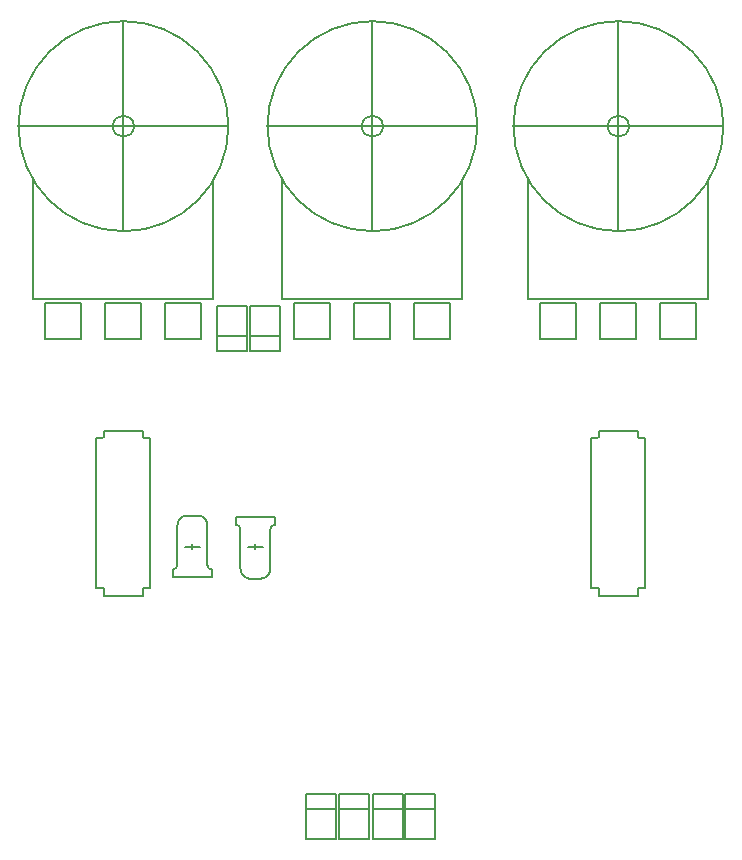
<source format=gbo>
%TF.GenerationSoftware,KiCad,Pcbnew,7.0.5-0*%
%TF.CreationDate,2023-06-06T12:59:25+02:00*%
%TF.ProjectId,kropyvnytskyi-overdrive,6b726f70-7976-46e7-9974-736b79692d6f,1.0*%
%TF.SameCoordinates,Original*%
%TF.FileFunction,Legend,Bot*%
%TF.FilePolarity,Positive*%
%FSLAX46Y46*%
G04 Gerber Fmt 4.6, Leading zero omitted, Abs format (unit mm)*
G04 Created by KiCad (PCBNEW 7.0.5-0) date 2023-06-06 12:59:25*
%MOMM*%
%LPD*%
G01*
G04 APERTURE LIST*
%ADD10C,0.127000*%
%ADD11C,0.152400*%
%ADD12R,2.000000X2.000000*%
%ADD13O,2.000000X2.000000*%
%ADD14R,2.540000X2.540000*%
%ADD15O,2.540000X2.540000*%
%ADD16R,2.032000X2.032000*%
%ADD17R,1.930400X1.930400*%
%ADD18O,1.930400X1.930400*%
%ADD19R,3.416000X3.416000*%
%ADD20O,3.416000X3.416000*%
%ADD21O,2.032000X2.032000*%
G04 APERTURE END LIST*
D10*
X119761000Y-99949000D02*
X119761000Y-102997000D01*
X129921000Y-102997000D02*
X132969000Y-102997000D01*
X119761000Y-102997000D02*
X122809000Y-102997000D01*
X129921000Y-99949000D02*
X129921000Y-102997000D01*
X129921000Y-99949000D02*
X132969000Y-99949000D01*
X126365000Y-93863000D02*
X126365000Y-76083000D01*
X132969000Y-102997000D02*
X132969000Y-99949000D01*
X124841000Y-102997000D02*
X127889000Y-102997000D01*
X117475000Y-84963000D02*
X135255000Y-84973000D01*
X127889000Y-102997000D02*
X127889000Y-99949000D01*
X118745000Y-89408000D02*
X118745000Y-99568000D01*
X119761000Y-99949000D02*
X122809000Y-99949000D01*
X133985000Y-99568000D02*
X133985000Y-89408000D01*
X118745000Y-99568000D02*
X133985000Y-99568000D01*
X122809000Y-102997000D02*
X122809000Y-99949000D01*
X124841000Y-99949000D02*
X127889000Y-99949000D01*
X124841000Y-99949000D02*
X124841000Y-102997000D01*
X126365002Y-76073000D02*
G75*
G03*
X117475000Y-84963000I-102J-8889900D01*
G01*
X135255000Y-84963000D02*
G75*
G03*
X126365000Y-76072998I-8889899J103D01*
G01*
X126365000Y-93863000D02*
G75*
G03*
X135255000Y-84973000I-1J8890001D01*
G01*
X117475000Y-84963000D02*
G75*
G03*
X126365000Y-93853000I8890000J0D01*
G01*
X127263000Y-84973000D02*
G75*
G03*
X127263000Y-84973000I-898000J0D01*
G01*
D11*
X102743000Y-142748000D02*
X102743000Y-145288000D01*
X105283000Y-145288000D02*
X105283000Y-142748000D01*
X105283000Y-142748000D02*
X102743000Y-142748000D01*
X105283000Y-141478000D02*
X105283000Y-142748000D01*
X102743000Y-145288000D02*
X105283000Y-145288000D01*
X102743000Y-142748000D02*
X102743000Y-141478000D01*
X102743000Y-141478000D02*
X105283000Y-141478000D01*
D10*
X109093000Y-99949000D02*
X109093000Y-102997000D01*
X109093000Y-99949000D02*
X112141000Y-99949000D01*
X113157000Y-99568000D02*
X113157000Y-89408000D01*
X101981000Y-102997000D02*
X101981000Y-99949000D01*
X112141000Y-102997000D02*
X112141000Y-99949000D01*
X98933000Y-99949000D02*
X101981000Y-99949000D01*
X96647000Y-84963000D02*
X114427000Y-84973000D01*
X97917000Y-89408000D02*
X97917000Y-99568000D01*
X98933000Y-102997000D02*
X101981000Y-102997000D01*
X104013000Y-99949000D02*
X104013000Y-102997000D01*
X104013000Y-102997000D02*
X107061000Y-102997000D01*
X107061000Y-102997000D02*
X107061000Y-99949000D01*
X97917000Y-99568000D02*
X113157000Y-99568000D01*
X98933000Y-99949000D02*
X98933000Y-102997000D01*
X109093000Y-102997000D02*
X112141000Y-102997000D01*
X105537000Y-93863000D02*
X105537000Y-76083000D01*
X104013000Y-99949000D02*
X107061000Y-99949000D01*
X105537002Y-76073000D02*
G75*
G03*
X96647000Y-84963000I-102J-8889900D01*
G01*
X114427000Y-84963000D02*
G75*
G03*
X105537000Y-76072998I-8889899J103D01*
G01*
X96647000Y-84963000D02*
G75*
G03*
X105537000Y-93853000I8890000J0D01*
G01*
X105537000Y-93863000D02*
G75*
G03*
X114427000Y-84973000I-1J8890001D01*
G01*
X106435000Y-84973000D02*
G75*
G03*
X106435000Y-84973000I-898000J0D01*
G01*
X89027000Y-118821200D02*
X89027000Y-122123200D01*
X91948000Y-123139200D02*
X91948000Y-122504200D01*
X90805000Y-117932200D02*
X89789000Y-117932200D01*
X88646000Y-123139200D02*
X91948000Y-123139200D01*
X90932000Y-120599200D02*
X89662000Y-120599200D01*
X88646000Y-122504200D02*
X88646000Y-123139200D01*
X90297000Y-119964200D02*
X90297000Y-121234200D01*
X91567000Y-118821200D02*
X91567000Y-122123200D01*
X88646000Y-122504200D02*
G75*
G03*
X89027000Y-122123200I0J381000D01*
G01*
X91566999Y-118821200D02*
G75*
G03*
X90804999Y-117932200I-825499J63501D01*
G01*
X89789000Y-117932201D02*
G75*
G03*
X89027002Y-118821201I63500J-825498D01*
G01*
X91567000Y-122123200D02*
G75*
G03*
X91948000Y-122504200I381000J0D01*
G01*
D11*
X86106000Y-110744000D02*
X82804000Y-110744000D01*
X82804000Y-124079000D02*
X82804000Y-124714000D01*
X86106000Y-111379000D02*
X86106000Y-110744000D01*
X86106000Y-124079000D02*
X86741000Y-124079000D01*
D10*
X83820000Y-117729000D02*
X85090000Y-117729000D01*
D11*
X82169000Y-111379000D02*
X82169000Y-124079000D01*
X82804000Y-110744000D02*
X82804000Y-111379000D01*
X82804000Y-111379000D02*
X82169000Y-111379000D01*
X82804000Y-124714000D02*
X86106000Y-124714000D01*
X82169000Y-124079000D02*
X82804000Y-124079000D01*
X86106000Y-124714000D02*
X86106000Y-124079000D01*
X86741000Y-124079000D02*
X86741000Y-111379000D01*
X86741000Y-111379000D02*
X86106000Y-111379000D01*
D10*
X84455000Y-117094000D02*
X84455000Y-118364000D01*
X85090000Y-117729000D02*
G75*
G03*
X85090000Y-117729000I-635000J0D01*
G01*
D11*
X97688400Y-100228400D02*
X95148400Y-100228400D01*
X97688400Y-102768400D02*
X97688400Y-104038400D01*
X95148400Y-102768400D02*
X97688400Y-102768400D01*
X97688400Y-102768400D02*
X97688400Y-100228400D01*
X95148400Y-100228400D02*
X95148400Y-102768400D01*
X95148400Y-104038400D02*
X95148400Y-102768400D01*
X97688400Y-104038400D02*
X95148400Y-104038400D01*
X108331000Y-141478000D02*
X110871000Y-141478000D01*
X108331000Y-145288000D02*
X110871000Y-145288000D01*
X110871000Y-142748000D02*
X108331000Y-142748000D01*
X110871000Y-141478000D02*
X110871000Y-142748000D01*
X110871000Y-145288000D02*
X110871000Y-142748000D01*
X108331000Y-142748000D02*
X108331000Y-141478000D01*
X108331000Y-142748000D02*
X108331000Y-145288000D01*
X108102400Y-145288000D02*
X108102400Y-142748000D01*
X105562400Y-142748000D02*
X105562400Y-141478000D01*
X108102400Y-142748000D02*
X105562400Y-142748000D01*
X108102400Y-141478000D02*
X108102400Y-142748000D01*
X105562400Y-142748000D02*
X105562400Y-145288000D01*
X105562400Y-141478000D02*
X108102400Y-141478000D01*
X105562400Y-145288000D02*
X108102400Y-145288000D01*
X128016000Y-124079000D02*
X128651000Y-124079000D01*
X124079000Y-111379000D02*
X124079000Y-124079000D01*
X128651000Y-111379000D02*
X128016000Y-111379000D01*
X128016000Y-110744000D02*
X124714000Y-110744000D01*
X124079000Y-124079000D02*
X124714000Y-124079000D01*
D10*
X125730000Y-117729000D02*
X127000000Y-117729000D01*
X126365000Y-117094000D02*
X126365000Y-118364000D01*
D11*
X128016000Y-124714000D02*
X128016000Y-124079000D01*
X128016000Y-111379000D02*
X128016000Y-110744000D01*
X124714000Y-110744000D02*
X124714000Y-111379000D01*
X124714000Y-124714000D02*
X128016000Y-124714000D01*
X124714000Y-124079000D02*
X124714000Y-124714000D01*
X124714000Y-111379000D02*
X124079000Y-111379000D01*
X128651000Y-124079000D02*
X128651000Y-111379000D01*
D10*
X127000000Y-117729000D02*
G75*
G03*
X127000000Y-117729000I-635000J0D01*
G01*
D11*
X94894400Y-102768400D02*
X94894400Y-104038400D01*
X94894400Y-100228400D02*
X92354400Y-100228400D01*
X92354400Y-100228400D02*
X92354400Y-102768400D01*
X92354400Y-104038400D02*
X92354400Y-102768400D01*
X92354400Y-102768400D02*
X94894400Y-102768400D01*
X94894400Y-104038400D02*
X92354400Y-104038400D01*
X94894400Y-102768400D02*
X94894400Y-100228400D01*
X102489000Y-141478000D02*
X102489000Y-142748000D01*
X99949000Y-142748000D02*
X99949000Y-141478000D01*
X99949000Y-141478000D02*
X102489000Y-141478000D01*
X102489000Y-145288000D02*
X102489000Y-142748000D01*
X99949000Y-145288000D02*
X102489000Y-145288000D01*
X102489000Y-142748000D02*
X99949000Y-142748000D01*
X99949000Y-142748000D02*
X99949000Y-145288000D01*
D10*
X88011000Y-99949000D02*
X91059000Y-99949000D01*
X88011000Y-102997000D02*
X91059000Y-102997000D01*
X77851000Y-99949000D02*
X77851000Y-102997000D01*
X84455000Y-93863000D02*
X84455000Y-76083000D01*
X82931000Y-102997000D02*
X85979000Y-102997000D01*
X91059000Y-102997000D02*
X91059000Y-99949000D01*
X76835000Y-89408000D02*
X76835000Y-99568000D01*
X92075000Y-99568000D02*
X92075000Y-89408000D01*
X82931000Y-99949000D02*
X82931000Y-102997000D01*
X75565000Y-84963000D02*
X93345000Y-84973000D01*
X85979000Y-102997000D02*
X85979000Y-99949000D01*
X82931000Y-99949000D02*
X85979000Y-99949000D01*
X77851000Y-102997000D02*
X80899000Y-102997000D01*
X88011000Y-99949000D02*
X88011000Y-102997000D01*
X76835000Y-99568000D02*
X92075000Y-99568000D01*
X80899000Y-102997000D02*
X80899000Y-99949000D01*
X77851000Y-99949000D02*
X80899000Y-99949000D01*
X93345000Y-84963000D02*
G75*
G03*
X84455000Y-76072998I-8889899J103D01*
G01*
X84455000Y-93863000D02*
G75*
G03*
X93345000Y-84973000I-1J8890001D01*
G01*
X75565000Y-84963000D02*
G75*
G03*
X84455000Y-93853000I8890000J0D01*
G01*
X84455002Y-76073000D02*
G75*
G03*
X75565000Y-84963000I-102J-8889900D01*
G01*
X85353000Y-84973000D02*
G75*
G03*
X85353000Y-84973000I-898000J0D01*
G01*
X94361000Y-122377200D02*
X94361000Y-119075200D01*
X95123000Y-123266200D02*
X96139000Y-123266200D01*
X96901000Y-122377200D02*
X96901000Y-119075200D01*
X95631000Y-121234200D02*
X95631000Y-119964200D01*
X97282000Y-118694200D02*
X97282000Y-118059200D01*
X94996000Y-120599200D02*
X96266000Y-120599200D01*
X93980000Y-118059200D02*
X93980000Y-118694200D01*
X97282000Y-118059200D02*
X93980000Y-118059200D01*
X97282000Y-118694200D02*
G75*
G03*
X96901000Y-119075200I0J-381000D01*
G01*
X96139000Y-123266199D02*
G75*
G03*
X96900998Y-122377199I-63500J825498D01*
G01*
X94361000Y-119075200D02*
G75*
G03*
X93980000Y-118694200I-381000J0D01*
G01*
X94361001Y-122377200D02*
G75*
G03*
X95123001Y-123266200I825499J-63501D01*
G01*
%LPC*%
D12*
X102057200Y-113182400D03*
D13*
X94437200Y-113182400D03*
D14*
X131445000Y-101473000D03*
D15*
X126365000Y-101473000D03*
X121285000Y-101473000D03*
D16*
X104013000Y-144018000D03*
D17*
X106984800Y-121666000D03*
D18*
X109524800Y-121666000D03*
D12*
X99771200Y-110388400D03*
D13*
X107391200Y-110388400D03*
X117602000Y-134874000D03*
X117602000Y-139954000D03*
X89916000Y-126619000D03*
X89916000Y-131699000D03*
D17*
X83566000Y-135001000D03*
D18*
X83566000Y-137541000D03*
X83566000Y-140081000D03*
D13*
X100457000Y-131699000D03*
X100457000Y-126619000D03*
D18*
X107315000Y-131699000D03*
X107315000Y-129159000D03*
D17*
X107315000Y-126619000D03*
D14*
X110617000Y-101473000D03*
D15*
X105537000Y-101473000D03*
X100457000Y-101473000D03*
D12*
X90297000Y-119329200D03*
D13*
X90297000Y-121869200D03*
X120777000Y-127025400D03*
X120777000Y-124587000D03*
X120777000Y-132105400D03*
X113436400Y-105257600D03*
X113436400Y-110337600D03*
X99415600Y-118008400D03*
X99415600Y-123088400D03*
X120777000Y-113715800D03*
X120777000Y-116154200D03*
X120777000Y-121234200D03*
X110236000Y-131699000D03*
X110236000Y-126619000D03*
D12*
X80721200Y-105918000D03*
D13*
X88341200Y-105918000D03*
X80645000Y-135001000D03*
X80645000Y-140081000D03*
D19*
X84455000Y-113030000D03*
D20*
X84455000Y-117729000D03*
X84455000Y-122428000D03*
D13*
X110693200Y-110337600D03*
X110693200Y-105257600D03*
X103886000Y-131699000D03*
X103886000Y-126619000D03*
X83566000Y-131699000D03*
X83566000Y-126619000D03*
X123545600Y-126644400D03*
X123545600Y-131724400D03*
D17*
X116713000Y-130429000D03*
D18*
X116713000Y-127889000D03*
D17*
X107086400Y-114909600D03*
D18*
X109626400Y-114909600D03*
D17*
X131191000Y-109601000D03*
D18*
X131191000Y-107061000D03*
D13*
X86995000Y-135001000D03*
X86995000Y-140081000D03*
X95631000Y-140081000D03*
X95631000Y-135001000D03*
X113030000Y-131699000D03*
X113030000Y-126619000D03*
X89916000Y-135001000D03*
X89916000Y-140081000D03*
X131191000Y-139954000D03*
X131191000Y-134874000D03*
D17*
X113639600Y-118364000D03*
D18*
X116179600Y-118364000D03*
D17*
X86995000Y-131699000D03*
D18*
X86995000Y-129159000D03*
X86995000Y-126619000D03*
D17*
X95758000Y-126619000D03*
D18*
X95758000Y-129159000D03*
X95758000Y-131699000D03*
X102298501Y-118008400D03*
X102298501Y-120548400D03*
D17*
X102298501Y-123088400D03*
D16*
X96418400Y-101498400D03*
D13*
X92837000Y-140081000D03*
X92837000Y-135001000D03*
D21*
X109601000Y-144018000D03*
X106832400Y-144018000D03*
D19*
X126365000Y-113030000D03*
D20*
X126365000Y-117729000D03*
X126365000Y-122428000D03*
D21*
X93624400Y-101498400D03*
D13*
X92837000Y-126619000D03*
X92837000Y-131699000D03*
D21*
X101219000Y-144018000D03*
D14*
X89535000Y-101473000D03*
D15*
X84455000Y-101473000D03*
X79375000Y-101473000D03*
D12*
X95631000Y-121869200D03*
D13*
X95631000Y-119329200D03*
X124764800Y-139954000D03*
X124764800Y-134874000D03*
X114909600Y-134874000D03*
X114909600Y-139954000D03*
X116281200Y-105257600D03*
X116281200Y-110337600D03*
D18*
X127698501Y-134874000D03*
X127698501Y-137414000D03*
D17*
X127698501Y-139954000D03*
D13*
X80645000Y-131699000D03*
X80645000Y-126619000D03*
D17*
X121208800Y-138684000D03*
D18*
X121208800Y-136144000D03*
D13*
X126288800Y-131724400D03*
X126288800Y-126644400D03*
D12*
X89204800Y-110388400D03*
D13*
X96824800Y-110388400D03*
D17*
X129946400Y-130454400D03*
D18*
X129946400Y-127914400D03*
%LPD*%
M02*

</source>
